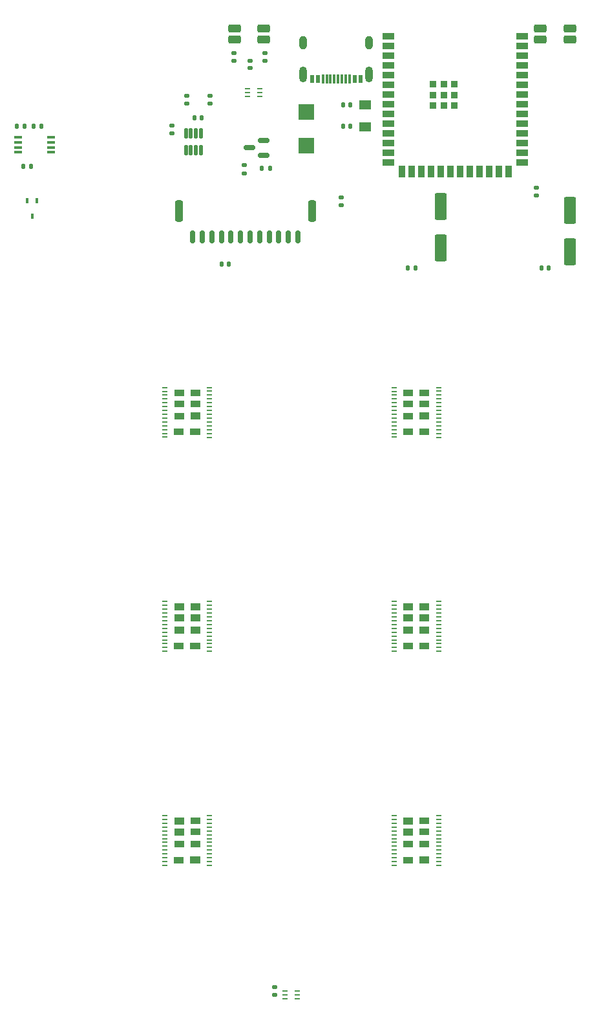
<source format=gbr>
%TF.GenerationSoftware,KiCad,Pcbnew,7.0.6-0*%
%TF.CreationDate,2023-10-22T16:37:52-04:00*%
%TF.ProjectId,bitaxeUltraHex,62697461-7865-4556-9c74-72614865782e,0.9*%
%TF.SameCoordinates,Original*%
%TF.FileFunction,Paste,Top*%
%TF.FilePolarity,Positive*%
%FSLAX46Y46*%
G04 Gerber Fmt 4.6, Leading zero omitted, Abs format (unit mm)*
G04 Created by KiCad (PCBNEW 7.0.6-0) date 2023-10-22 16:37:52*
%MOMM*%
%LPD*%
G01*
G04 APERTURE LIST*
G04 Aperture macros list*
%AMRoundRect*
0 Rectangle with rounded corners*
0 $1 Rounding radius*
0 $2 $3 $4 $5 $6 $7 $8 $9 X,Y pos of 4 corners*
0 Add a 4 corners polygon primitive as box body*
4,1,4,$2,$3,$4,$5,$6,$7,$8,$9,$2,$3,0*
0 Add four circle primitives for the rounded corners*
1,1,$1+$1,$2,$3*
1,1,$1+$1,$4,$5*
1,1,$1+$1,$6,$7*
1,1,$1+$1,$8,$9*
0 Add four rect primitives between the rounded corners*
20,1,$1+$1,$2,$3,$4,$5,0*
20,1,$1+$1,$4,$5,$6,$7,0*
20,1,$1+$1,$6,$7,$8,$9,0*
20,1,$1+$1,$8,$9,$2,$3,0*%
G04 Aperture macros list end*
%ADD10C,0.001000*%
%ADD11R,0.792000X0.221000*%
%ADD12RoundRect,0.120000X-0.120000X0.542500X-0.120000X-0.542500X0.120000X-0.542500X0.120000X0.542500X0*%
%ADD13RoundRect,0.140000X0.140000X0.170000X-0.140000X0.170000X-0.140000X-0.170000X0.140000X-0.170000X0*%
%ADD14RoundRect,0.135000X0.185000X-0.135000X0.185000X0.135000X-0.185000X0.135000X-0.185000X-0.135000X0*%
%ADD15RoundRect,0.140000X0.170000X-0.140000X0.170000X0.140000X-0.170000X0.140000X-0.170000X-0.140000X0*%
%ADD16R,1.600200X1.168400*%
%ADD17R,1.100000X0.400000*%
%ADD18RoundRect,0.140000X-0.140000X-0.170000X0.140000X-0.170000X0.140000X0.170000X-0.140000X0.170000X0*%
%ADD19RoundRect,0.150000X0.587500X0.150000X-0.587500X0.150000X-0.587500X-0.150000X0.587500X-0.150000X0*%
%ADD20RoundRect,0.262500X-0.562500X-0.262500X0.562500X-0.262500X0.562500X0.262500X-0.562500X0.262500X0*%
%ADD21RoundRect,0.135000X0.135000X0.185000X-0.135000X0.185000X-0.135000X-0.185000X0.135000X-0.185000X0*%
%ADD22RoundRect,0.250000X0.550000X-1.500000X0.550000X1.500000X-0.550000X1.500000X-0.550000X-1.500000X0*%
%ADD23RoundRect,0.135000X-0.185000X0.135000X-0.185000X-0.135000X0.185000X-0.135000X0.185000X0.135000X0*%
%ADD24R,0.450000X0.700000*%
%ADD25R,0.711200X0.228600*%
%ADD26R,1.500000X0.900000*%
%ADD27R,0.900000X1.500000*%
%ADD28R,0.900000X0.900000*%
%ADD29RoundRect,0.150000X-0.150000X-0.700000X0.150000X-0.700000X0.150000X0.700000X-0.150000X0.700000X0*%
%ADD30RoundRect,0.250000X-0.250000X-1.150000X0.250000X-1.150000X0.250000X1.150000X-0.250000X1.150000X0*%
%ADD31RoundRect,0.140000X-0.170000X0.140000X-0.170000X-0.140000X0.170000X-0.140000X0.170000X0.140000X0*%
%ADD32R,0.600000X1.060000*%
%ADD33R,0.300000X1.150000*%
%ADD34O,1.000000X2.100000*%
%ADD35O,1.000000X1.800000*%
%ADD36R,2.000000X2.000000*%
G04 APERTURE END LIST*
D10*
%TO.C,U19*%
X109630000Y-125825000D02*
X108430000Y-125825000D01*
X108430000Y-125825000D02*
X108430000Y-125035000D01*
X108430000Y-125035000D02*
X109630000Y-125035000D01*
X109630000Y-125035000D02*
X109630000Y-125825000D01*
G36*
X109630000Y-125825000D02*
G01*
X108430000Y-125825000D01*
X108430000Y-125035000D01*
X109630000Y-125035000D01*
X109630000Y-125825000D01*
G37*
X109630000Y-122795000D02*
X108430000Y-122795000D01*
X108430000Y-122795000D02*
X108430000Y-122005000D01*
X108430000Y-122005000D02*
X109630000Y-122005000D01*
X109630000Y-122005000D02*
X109630000Y-122795000D01*
G36*
X109630000Y-122795000D02*
G01*
X108430000Y-122795000D01*
X108430000Y-122005000D01*
X109630000Y-122005000D01*
X109630000Y-122795000D01*
G37*
X109610000Y-124235000D02*
X108410000Y-124235000D01*
X108410000Y-124235000D02*
X108410000Y-123445000D01*
X108410000Y-123445000D02*
X109610000Y-123445000D01*
X109610000Y-123445000D02*
X109610000Y-124235000D01*
G36*
X109610000Y-124235000D02*
G01*
X108410000Y-124235000D01*
X108410000Y-123445000D01*
X109610000Y-123445000D01*
X109610000Y-124235000D01*
G37*
X109580000Y-127905000D02*
X108380000Y-127905000D01*
X108380000Y-127905000D02*
X108380000Y-127115000D01*
X108380000Y-127115000D02*
X109580000Y-127115000D01*
X109580000Y-127115000D02*
X109580000Y-127905000D01*
G36*
X109580000Y-127905000D02*
G01*
X108380000Y-127905000D01*
X108380000Y-127115000D01*
X109580000Y-127115000D01*
X109580000Y-127905000D01*
G37*
X107500000Y-125830000D02*
X106300000Y-125830000D01*
X106300000Y-125830000D02*
X106300000Y-125040000D01*
X106300000Y-125040000D02*
X107500000Y-125040000D01*
X107500000Y-125040000D02*
X107500000Y-125830000D01*
G36*
X107500000Y-125830000D02*
G01*
X106300000Y-125830000D01*
X106300000Y-125040000D01*
X107500000Y-125040000D01*
X107500000Y-125830000D01*
G37*
X107500000Y-122800000D02*
X106300000Y-122800000D01*
X106300000Y-122800000D02*
X106300000Y-122010000D01*
X106300000Y-122010000D02*
X107500000Y-122010000D01*
X107500000Y-122010000D02*
X107500000Y-122800000D01*
G36*
X107500000Y-122800000D02*
G01*
X106300000Y-122800000D01*
X106300000Y-122010000D01*
X107500000Y-122010000D01*
X107500000Y-122800000D01*
G37*
X107480000Y-124240000D02*
X106280000Y-124240000D01*
X106280000Y-124240000D02*
X106280000Y-123450000D01*
X106280000Y-123450000D02*
X107480000Y-123450000D01*
X107480000Y-123450000D02*
X107480000Y-124240000D01*
G36*
X107480000Y-124240000D02*
G01*
X106280000Y-124240000D01*
X106280000Y-123450000D01*
X107480000Y-123450000D01*
X107480000Y-124240000D01*
G37*
X107450000Y-127910000D02*
X106250000Y-127910000D01*
X106250000Y-127910000D02*
X106250000Y-127120000D01*
X106250000Y-127120000D02*
X107450000Y-127120000D01*
X107450000Y-127120000D02*
X107450000Y-127910000D01*
G36*
X107450000Y-127910000D02*
G01*
X106250000Y-127910000D01*
X106250000Y-127120000D01*
X107450000Y-127120000D01*
X107450000Y-127910000D01*
G37*
%TO.C,U22*%
X79630000Y-125825000D02*
X78430000Y-125825000D01*
X78430000Y-125825000D02*
X78430000Y-125035000D01*
X78430000Y-125035000D02*
X79630000Y-125035000D01*
X79630000Y-125035000D02*
X79630000Y-125825000D01*
G36*
X79630000Y-125825000D02*
G01*
X78430000Y-125825000D01*
X78430000Y-125035000D01*
X79630000Y-125035000D01*
X79630000Y-125825000D01*
G37*
X79630000Y-122795000D02*
X78430000Y-122795000D01*
X78430000Y-122795000D02*
X78430000Y-122005000D01*
X78430000Y-122005000D02*
X79630000Y-122005000D01*
X79630000Y-122005000D02*
X79630000Y-122795000D01*
G36*
X79630000Y-122795000D02*
G01*
X78430000Y-122795000D01*
X78430000Y-122005000D01*
X79630000Y-122005000D01*
X79630000Y-122795000D01*
G37*
X79610000Y-124235000D02*
X78410000Y-124235000D01*
X78410000Y-124235000D02*
X78410000Y-123445000D01*
X78410000Y-123445000D02*
X79610000Y-123445000D01*
X79610000Y-123445000D02*
X79610000Y-124235000D01*
G36*
X79610000Y-124235000D02*
G01*
X78410000Y-124235000D01*
X78410000Y-123445000D01*
X79610000Y-123445000D01*
X79610000Y-124235000D01*
G37*
X79580000Y-127905000D02*
X78380000Y-127905000D01*
X78380000Y-127905000D02*
X78380000Y-127115000D01*
X78380000Y-127115000D02*
X79580000Y-127115000D01*
X79580000Y-127115000D02*
X79580000Y-127905000D01*
G36*
X79580000Y-127905000D02*
G01*
X78380000Y-127905000D01*
X78380000Y-127115000D01*
X79580000Y-127115000D01*
X79580000Y-127905000D01*
G37*
X77500000Y-125830000D02*
X76300000Y-125830000D01*
X76300000Y-125830000D02*
X76300000Y-125040000D01*
X76300000Y-125040000D02*
X77500000Y-125040000D01*
X77500000Y-125040000D02*
X77500000Y-125830000D01*
G36*
X77500000Y-125830000D02*
G01*
X76300000Y-125830000D01*
X76300000Y-125040000D01*
X77500000Y-125040000D01*
X77500000Y-125830000D01*
G37*
X77500000Y-122800000D02*
X76300000Y-122800000D01*
X76300000Y-122800000D02*
X76300000Y-122010000D01*
X76300000Y-122010000D02*
X77500000Y-122010000D01*
X77500000Y-122010000D02*
X77500000Y-122800000D01*
G36*
X77500000Y-122800000D02*
G01*
X76300000Y-122800000D01*
X76300000Y-122010000D01*
X77500000Y-122010000D01*
X77500000Y-122800000D01*
G37*
X77480000Y-124240000D02*
X76280000Y-124240000D01*
X76280000Y-124240000D02*
X76280000Y-123450000D01*
X76280000Y-123450000D02*
X77480000Y-123450000D01*
X77480000Y-123450000D02*
X77480000Y-124240000D01*
G36*
X77480000Y-124240000D02*
G01*
X76280000Y-124240000D01*
X76280000Y-123450000D01*
X77480000Y-123450000D01*
X77480000Y-124240000D01*
G37*
X77450000Y-127910000D02*
X76250000Y-127910000D01*
X76250000Y-127910000D02*
X76250000Y-127120000D01*
X76250000Y-127120000D02*
X77450000Y-127120000D01*
X77450000Y-127120000D02*
X77450000Y-127910000D01*
G36*
X77450000Y-127910000D02*
G01*
X76250000Y-127910000D01*
X76250000Y-127120000D01*
X77450000Y-127120000D01*
X77450000Y-127910000D01*
G37*
%TO.C,U27*%
X79630000Y-153825000D02*
X78430000Y-153825000D01*
X78430000Y-153825000D02*
X78430000Y-153035000D01*
X78430000Y-153035000D02*
X79630000Y-153035000D01*
X79630000Y-153035000D02*
X79630000Y-153825000D01*
G36*
X79630000Y-153825000D02*
G01*
X78430000Y-153825000D01*
X78430000Y-153035000D01*
X79630000Y-153035000D01*
X79630000Y-153825000D01*
G37*
X79630000Y-150795000D02*
X78430000Y-150795000D01*
X78430000Y-150795000D02*
X78430000Y-150005000D01*
X78430000Y-150005000D02*
X79630000Y-150005000D01*
X79630000Y-150005000D02*
X79630000Y-150795000D01*
G36*
X79630000Y-150795000D02*
G01*
X78430000Y-150795000D01*
X78430000Y-150005000D01*
X79630000Y-150005000D01*
X79630000Y-150795000D01*
G37*
X79610000Y-152235000D02*
X78410000Y-152235000D01*
X78410000Y-152235000D02*
X78410000Y-151445000D01*
X78410000Y-151445000D02*
X79610000Y-151445000D01*
X79610000Y-151445000D02*
X79610000Y-152235000D01*
G36*
X79610000Y-152235000D02*
G01*
X78410000Y-152235000D01*
X78410000Y-151445000D01*
X79610000Y-151445000D01*
X79610000Y-152235000D01*
G37*
X79580000Y-155905000D02*
X78380000Y-155905000D01*
X78380000Y-155905000D02*
X78380000Y-155115000D01*
X78380000Y-155115000D02*
X79580000Y-155115000D01*
X79580000Y-155115000D02*
X79580000Y-155905000D01*
G36*
X79580000Y-155905000D02*
G01*
X78380000Y-155905000D01*
X78380000Y-155115000D01*
X79580000Y-155115000D01*
X79580000Y-155905000D01*
G37*
X77500000Y-153830000D02*
X76300000Y-153830000D01*
X76300000Y-153830000D02*
X76300000Y-153040000D01*
X76300000Y-153040000D02*
X77500000Y-153040000D01*
X77500000Y-153040000D02*
X77500000Y-153830000D01*
G36*
X77500000Y-153830000D02*
G01*
X76300000Y-153830000D01*
X76300000Y-153040000D01*
X77500000Y-153040000D01*
X77500000Y-153830000D01*
G37*
X77500000Y-150800000D02*
X76300000Y-150800000D01*
X76300000Y-150800000D02*
X76300000Y-150010000D01*
X76300000Y-150010000D02*
X77500000Y-150010000D01*
X77500000Y-150010000D02*
X77500000Y-150800000D01*
G36*
X77500000Y-150800000D02*
G01*
X76300000Y-150800000D01*
X76300000Y-150010000D01*
X77500000Y-150010000D01*
X77500000Y-150800000D01*
G37*
X77480000Y-152240000D02*
X76280000Y-152240000D01*
X76280000Y-152240000D02*
X76280000Y-151450000D01*
X76280000Y-151450000D02*
X77480000Y-151450000D01*
X77480000Y-151450000D02*
X77480000Y-152240000D01*
G36*
X77480000Y-152240000D02*
G01*
X76280000Y-152240000D01*
X76280000Y-151450000D01*
X77480000Y-151450000D01*
X77480000Y-152240000D01*
G37*
X77450000Y-155910000D02*
X76250000Y-155910000D01*
X76250000Y-155910000D02*
X76250000Y-155120000D01*
X76250000Y-155120000D02*
X77450000Y-155120000D01*
X77450000Y-155120000D02*
X77450000Y-155910000D01*
G36*
X77450000Y-155910000D02*
G01*
X76250000Y-155910000D01*
X76250000Y-155120000D01*
X77450000Y-155120000D01*
X77450000Y-155910000D01*
G37*
%TO.C,U24*%
X109630000Y-153825000D02*
X108430000Y-153825000D01*
X108430000Y-153825000D02*
X108430000Y-153035000D01*
X108430000Y-153035000D02*
X109630000Y-153035000D01*
X109630000Y-153035000D02*
X109630000Y-153825000D01*
G36*
X109630000Y-153825000D02*
G01*
X108430000Y-153825000D01*
X108430000Y-153035000D01*
X109630000Y-153035000D01*
X109630000Y-153825000D01*
G37*
X109630000Y-150795000D02*
X108430000Y-150795000D01*
X108430000Y-150795000D02*
X108430000Y-150005000D01*
X108430000Y-150005000D02*
X109630000Y-150005000D01*
X109630000Y-150005000D02*
X109630000Y-150795000D01*
G36*
X109630000Y-150795000D02*
G01*
X108430000Y-150795000D01*
X108430000Y-150005000D01*
X109630000Y-150005000D01*
X109630000Y-150795000D01*
G37*
X109610000Y-152235000D02*
X108410000Y-152235000D01*
X108410000Y-152235000D02*
X108410000Y-151445000D01*
X108410000Y-151445000D02*
X109610000Y-151445000D01*
X109610000Y-151445000D02*
X109610000Y-152235000D01*
G36*
X109610000Y-152235000D02*
G01*
X108410000Y-152235000D01*
X108410000Y-151445000D01*
X109610000Y-151445000D01*
X109610000Y-152235000D01*
G37*
X109580000Y-155905000D02*
X108380000Y-155905000D01*
X108380000Y-155905000D02*
X108380000Y-155115000D01*
X108380000Y-155115000D02*
X109580000Y-155115000D01*
X109580000Y-155115000D02*
X109580000Y-155905000D01*
G36*
X109580000Y-155905000D02*
G01*
X108380000Y-155905000D01*
X108380000Y-155115000D01*
X109580000Y-155115000D01*
X109580000Y-155905000D01*
G37*
X107500000Y-153830000D02*
X106300000Y-153830000D01*
X106300000Y-153830000D02*
X106300000Y-153040000D01*
X106300000Y-153040000D02*
X107500000Y-153040000D01*
X107500000Y-153040000D02*
X107500000Y-153830000D01*
G36*
X107500000Y-153830000D02*
G01*
X106300000Y-153830000D01*
X106300000Y-153040000D01*
X107500000Y-153040000D01*
X107500000Y-153830000D01*
G37*
X107500000Y-150800000D02*
X106300000Y-150800000D01*
X106300000Y-150800000D02*
X106300000Y-150010000D01*
X106300000Y-150010000D02*
X107500000Y-150010000D01*
X107500000Y-150010000D02*
X107500000Y-150800000D01*
G36*
X107500000Y-150800000D02*
G01*
X106300000Y-150800000D01*
X106300000Y-150010000D01*
X107500000Y-150010000D01*
X107500000Y-150800000D01*
G37*
X107480000Y-152240000D02*
X106280000Y-152240000D01*
X106280000Y-152240000D02*
X106280000Y-151450000D01*
X106280000Y-151450000D02*
X107480000Y-151450000D01*
X107480000Y-151450000D02*
X107480000Y-152240000D01*
G36*
X107480000Y-152240000D02*
G01*
X106280000Y-152240000D01*
X106280000Y-151450000D01*
X107480000Y-151450000D01*
X107480000Y-152240000D01*
G37*
X107450000Y-155910000D02*
X106250000Y-155910000D01*
X106250000Y-155910000D02*
X106250000Y-155120000D01*
X106250000Y-155120000D02*
X107450000Y-155120000D01*
X107450000Y-155120000D02*
X107450000Y-155910000D01*
G36*
X107450000Y-155910000D02*
G01*
X106250000Y-155910000D01*
X106250000Y-155120000D01*
X107450000Y-155120000D01*
X107450000Y-155910000D01*
G37*
%TO.C,U16*%
X79630000Y-97825000D02*
X78430000Y-97825000D01*
X78430000Y-97825000D02*
X78430000Y-97035000D01*
X78430000Y-97035000D02*
X79630000Y-97035000D01*
X79630000Y-97035000D02*
X79630000Y-97825000D01*
G36*
X79630000Y-97825000D02*
G01*
X78430000Y-97825000D01*
X78430000Y-97035000D01*
X79630000Y-97035000D01*
X79630000Y-97825000D01*
G37*
X79630000Y-94795000D02*
X78430000Y-94795000D01*
X78430000Y-94795000D02*
X78430000Y-94005000D01*
X78430000Y-94005000D02*
X79630000Y-94005000D01*
X79630000Y-94005000D02*
X79630000Y-94795000D01*
G36*
X79630000Y-94795000D02*
G01*
X78430000Y-94795000D01*
X78430000Y-94005000D01*
X79630000Y-94005000D01*
X79630000Y-94795000D01*
G37*
X79610000Y-96235000D02*
X78410000Y-96235000D01*
X78410000Y-96235000D02*
X78410000Y-95445000D01*
X78410000Y-95445000D02*
X79610000Y-95445000D01*
X79610000Y-95445000D02*
X79610000Y-96235000D01*
G36*
X79610000Y-96235000D02*
G01*
X78410000Y-96235000D01*
X78410000Y-95445000D01*
X79610000Y-95445000D01*
X79610000Y-96235000D01*
G37*
X79580000Y-99905000D02*
X78380000Y-99905000D01*
X78380000Y-99905000D02*
X78380000Y-99115000D01*
X78380000Y-99115000D02*
X79580000Y-99115000D01*
X79580000Y-99115000D02*
X79580000Y-99905000D01*
G36*
X79580000Y-99905000D02*
G01*
X78380000Y-99905000D01*
X78380000Y-99115000D01*
X79580000Y-99115000D01*
X79580000Y-99905000D01*
G37*
X77500000Y-97830000D02*
X76300000Y-97830000D01*
X76300000Y-97830000D02*
X76300000Y-97040000D01*
X76300000Y-97040000D02*
X77500000Y-97040000D01*
X77500000Y-97040000D02*
X77500000Y-97830000D01*
G36*
X77500000Y-97830000D02*
G01*
X76300000Y-97830000D01*
X76300000Y-97040000D01*
X77500000Y-97040000D01*
X77500000Y-97830000D01*
G37*
X77500000Y-94800000D02*
X76300000Y-94800000D01*
X76300000Y-94800000D02*
X76300000Y-94010000D01*
X76300000Y-94010000D02*
X77500000Y-94010000D01*
X77500000Y-94010000D02*
X77500000Y-94800000D01*
G36*
X77500000Y-94800000D02*
G01*
X76300000Y-94800000D01*
X76300000Y-94010000D01*
X77500000Y-94010000D01*
X77500000Y-94800000D01*
G37*
X77480000Y-96240000D02*
X76280000Y-96240000D01*
X76280000Y-96240000D02*
X76280000Y-95450000D01*
X76280000Y-95450000D02*
X77480000Y-95450000D01*
X77480000Y-95450000D02*
X77480000Y-96240000D01*
G36*
X77480000Y-96240000D02*
G01*
X76280000Y-96240000D01*
X76280000Y-95450000D01*
X77480000Y-95450000D01*
X77480000Y-96240000D01*
G37*
X77450000Y-99910000D02*
X76250000Y-99910000D01*
X76250000Y-99910000D02*
X76250000Y-99120000D01*
X76250000Y-99120000D02*
X77450000Y-99120000D01*
X77450000Y-99120000D02*
X77450000Y-99910000D01*
G36*
X77450000Y-99910000D02*
G01*
X76250000Y-99910000D01*
X76250000Y-99120000D01*
X77450000Y-99120000D01*
X77450000Y-99910000D01*
G37*
%TO.C,U13*%
X109630000Y-97825000D02*
X108430000Y-97825000D01*
X108430000Y-97825000D02*
X108430000Y-97035000D01*
X108430000Y-97035000D02*
X109630000Y-97035000D01*
X109630000Y-97035000D02*
X109630000Y-97825000D01*
G36*
X109630000Y-97825000D02*
G01*
X108430000Y-97825000D01*
X108430000Y-97035000D01*
X109630000Y-97035000D01*
X109630000Y-97825000D01*
G37*
X109630000Y-94795000D02*
X108430000Y-94795000D01*
X108430000Y-94795000D02*
X108430000Y-94005000D01*
X108430000Y-94005000D02*
X109630000Y-94005000D01*
X109630000Y-94005000D02*
X109630000Y-94795000D01*
G36*
X109630000Y-94795000D02*
G01*
X108430000Y-94795000D01*
X108430000Y-94005000D01*
X109630000Y-94005000D01*
X109630000Y-94795000D01*
G37*
X109610000Y-96235000D02*
X108410000Y-96235000D01*
X108410000Y-96235000D02*
X108410000Y-95445000D01*
X108410000Y-95445000D02*
X109610000Y-95445000D01*
X109610000Y-95445000D02*
X109610000Y-96235000D01*
G36*
X109610000Y-96235000D02*
G01*
X108410000Y-96235000D01*
X108410000Y-95445000D01*
X109610000Y-95445000D01*
X109610000Y-96235000D01*
G37*
X109580000Y-99905000D02*
X108380000Y-99905000D01*
X108380000Y-99905000D02*
X108380000Y-99115000D01*
X108380000Y-99115000D02*
X109580000Y-99115000D01*
X109580000Y-99115000D02*
X109580000Y-99905000D01*
G36*
X109580000Y-99905000D02*
G01*
X108380000Y-99905000D01*
X108380000Y-99115000D01*
X109580000Y-99115000D01*
X109580000Y-99905000D01*
G37*
X107500000Y-97830000D02*
X106300000Y-97830000D01*
X106300000Y-97830000D02*
X106300000Y-97040000D01*
X106300000Y-97040000D02*
X107500000Y-97040000D01*
X107500000Y-97040000D02*
X107500000Y-97830000D01*
G36*
X107500000Y-97830000D02*
G01*
X106300000Y-97830000D01*
X106300000Y-97040000D01*
X107500000Y-97040000D01*
X107500000Y-97830000D01*
G37*
X107500000Y-94800000D02*
X106300000Y-94800000D01*
X106300000Y-94800000D02*
X106300000Y-94010000D01*
X106300000Y-94010000D02*
X107500000Y-94010000D01*
X107500000Y-94010000D02*
X107500000Y-94800000D01*
G36*
X107500000Y-94800000D02*
G01*
X106300000Y-94800000D01*
X106300000Y-94010000D01*
X107500000Y-94010000D01*
X107500000Y-94800000D01*
G37*
X107480000Y-96240000D02*
X106280000Y-96240000D01*
X106280000Y-96240000D02*
X106280000Y-95450000D01*
X106280000Y-95450000D02*
X107480000Y-95450000D01*
X107480000Y-95450000D02*
X107480000Y-96240000D01*
G36*
X107480000Y-96240000D02*
G01*
X106280000Y-96240000D01*
X106280000Y-95450000D01*
X107480000Y-95450000D01*
X107480000Y-96240000D01*
G37*
X107450000Y-99910000D02*
X106250000Y-99910000D01*
X106250000Y-99910000D02*
X106250000Y-99120000D01*
X106250000Y-99120000D02*
X107450000Y-99120000D01*
X107450000Y-99120000D02*
X107450000Y-99910000D01*
G36*
X107450000Y-99910000D02*
G01*
X106250000Y-99910000D01*
X106250000Y-99120000D01*
X107450000Y-99120000D01*
X107450000Y-99910000D01*
G37*
%TD*%
D11*
%TO.C,U19*%
X110916000Y-128263000D03*
X110916000Y-127761000D03*
X110916000Y-127259000D03*
X110916000Y-126757000D03*
X110916000Y-126255000D03*
X110916000Y-125753000D03*
X110916000Y-125251000D03*
X110916000Y-124749000D03*
X110916000Y-124247000D03*
X110916000Y-123745000D03*
X110916000Y-123243000D03*
X110916000Y-122741000D03*
X110916000Y-122239000D03*
X110916000Y-121737000D03*
X105084000Y-121750000D03*
X105084000Y-122250000D03*
X105084000Y-122750000D03*
X105084000Y-123250000D03*
X105084000Y-123750000D03*
X105084000Y-124247000D03*
X105084000Y-124750000D03*
X105084000Y-125251000D03*
X105084000Y-125753000D03*
X105084000Y-126255000D03*
X105084000Y-126757000D03*
X105084000Y-127250000D03*
X105084000Y-127761000D03*
X105084000Y-128250000D03*
%TD*%
D12*
%TO.C,U3*%
X79775000Y-60462500D03*
X79125000Y-60462500D03*
X78475000Y-60462500D03*
X77825000Y-60462500D03*
X77825000Y-62737500D03*
X78475000Y-62737500D03*
X79125000Y-62737500D03*
X79775000Y-62737500D03*
%TD*%
D13*
%TO.C,C37*%
X125380000Y-78100000D03*
X124420000Y-78100000D03*
%TD*%
D11*
%TO.C,U22*%
X80916000Y-128263000D03*
X80916000Y-127761000D03*
X80916000Y-127259000D03*
X80916000Y-126757000D03*
X80916000Y-126255000D03*
X80916000Y-125753000D03*
X80916000Y-125251000D03*
X80916000Y-124749000D03*
X80916000Y-124247000D03*
X80916000Y-123745000D03*
X80916000Y-123243000D03*
X80916000Y-122741000D03*
X80916000Y-122239000D03*
X80916000Y-121737000D03*
X75084000Y-121750000D03*
X75084000Y-122250000D03*
X75084000Y-122750000D03*
X75084000Y-123250000D03*
X75084000Y-123750000D03*
X75084000Y-124247000D03*
X75084000Y-124750000D03*
X75084000Y-125251000D03*
X75084000Y-125753000D03*
X75084000Y-126255000D03*
X75084000Y-126757000D03*
X75084000Y-127250000D03*
X75084000Y-127761000D03*
X75084000Y-128250000D03*
%TD*%
D14*
%TO.C,R13*%
X84100000Y-51010000D03*
X84100000Y-49990000D03*
%TD*%
D15*
%TO.C,C32*%
X86200000Y-51980000D03*
X86200000Y-51020000D03*
%TD*%
D16*
%TO.C,Y1*%
X101300000Y-56777600D03*
X101300000Y-59622400D03*
%TD*%
D17*
%TO.C,U6*%
X60150000Y-62975000D03*
X60150000Y-62325000D03*
X60150000Y-61675000D03*
X60150000Y-61025000D03*
X55850000Y-61025000D03*
X55850000Y-61675000D03*
X55850000Y-62325000D03*
X55850000Y-62975000D03*
%TD*%
D18*
%TO.C,C28*%
X82470000Y-77600000D03*
X83430000Y-77600000D03*
%TD*%
D14*
%TO.C,R21*%
X123700000Y-68610000D03*
X123700000Y-67590000D03*
%TD*%
D19*
%TO.C,Q5*%
X88000000Y-63350000D03*
X88000000Y-61450000D03*
X86125000Y-62400000D03*
%TD*%
D13*
%TO.C,C4*%
X79880000Y-58500000D03*
X78920000Y-58500000D03*
%TD*%
D20*
%TO.C,SW2*%
X124275000Y-46775000D03*
X128125000Y-46775000D03*
X124275000Y-48225000D03*
X128125000Y-48225000D03*
%TD*%
D13*
%TO.C,C29*%
X99380000Y-56800000D03*
X98420000Y-56800000D03*
%TD*%
D11*
%TO.C,U27*%
X80916000Y-156263000D03*
X80916000Y-155761000D03*
X80916000Y-155259000D03*
X80916000Y-154757000D03*
X80916000Y-154255000D03*
X80916000Y-153753000D03*
X80916000Y-153251000D03*
X80916000Y-152749000D03*
X80916000Y-152247000D03*
X80916000Y-151745000D03*
X80916000Y-151243000D03*
X80916000Y-150741000D03*
X80916000Y-150239000D03*
X80916000Y-149737000D03*
X75084000Y-149750000D03*
X75084000Y-150250000D03*
X75084000Y-150750000D03*
X75084000Y-151250000D03*
X75084000Y-151750000D03*
X75084000Y-152247000D03*
X75084000Y-152750000D03*
X75084000Y-153251000D03*
X75084000Y-153753000D03*
X75084000Y-154255000D03*
X75084000Y-154757000D03*
X75084000Y-155250000D03*
X75084000Y-155761000D03*
X75084000Y-156250000D03*
%TD*%
D21*
%TO.C,R16*%
X88810000Y-65100000D03*
X87790000Y-65100000D03*
%TD*%
D22*
%TO.C,C34*%
X111200000Y-75500000D03*
X111200000Y-70100000D03*
%TD*%
D20*
%TO.C,SW1*%
X84175000Y-46775000D03*
X88025000Y-46775000D03*
X84175000Y-48225000D03*
X88025000Y-48225000D03*
%TD*%
D15*
%TO.C,C33*%
X89400000Y-173180000D03*
X89400000Y-172220000D03*
%TD*%
D11*
%TO.C,U24*%
X110916000Y-156263000D03*
X110916000Y-155761000D03*
X110916000Y-155259000D03*
X110916000Y-154757000D03*
X110916000Y-154255000D03*
X110916000Y-153753000D03*
X110916000Y-153251000D03*
X110916000Y-152749000D03*
X110916000Y-152247000D03*
X110916000Y-151745000D03*
X110916000Y-151243000D03*
X110916000Y-150741000D03*
X110916000Y-150239000D03*
X110916000Y-149737000D03*
X105084000Y-149750000D03*
X105084000Y-150250000D03*
X105084000Y-150750000D03*
X105084000Y-151250000D03*
X105084000Y-151750000D03*
X105084000Y-152247000D03*
X105084000Y-152750000D03*
X105084000Y-153251000D03*
X105084000Y-153753000D03*
X105084000Y-154255000D03*
X105084000Y-154757000D03*
X105084000Y-155250000D03*
X105084000Y-155761000D03*
X105084000Y-156250000D03*
%TD*%
D18*
%TO.C,C18*%
X56520000Y-64800000D03*
X57480000Y-64800000D03*
%TD*%
D23*
%TO.C,R3*%
X77900000Y-55590000D03*
X77900000Y-56610000D03*
%TD*%
D24*
%TO.C,Q6*%
X58320000Y-69320000D03*
X57020000Y-69320000D03*
X57670000Y-71320000D03*
%TD*%
D13*
%TO.C,C30*%
X99380000Y-59600000D03*
X98420000Y-59600000D03*
%TD*%
D14*
%TO.C,R15*%
X85500000Y-65710000D03*
X85500000Y-64690000D03*
%TD*%
D21*
%TO.C,R11*%
X56710000Y-59600000D03*
X55690000Y-59600000D03*
%TD*%
D15*
%TO.C,C11*%
X76000000Y-60480000D03*
X76000000Y-59520000D03*
%TD*%
D25*
%TO.C,U10*%
X87500100Y-55699999D03*
X87500100Y-55200000D03*
X87500100Y-54700001D03*
X85899900Y-54700001D03*
X85899900Y-55200000D03*
X85899900Y-55699999D03*
%TD*%
D13*
%TO.C,C36*%
X107880000Y-78100000D03*
X106920000Y-78100000D03*
%TD*%
D11*
%TO.C,U16*%
X80916000Y-100263000D03*
X80916000Y-99761000D03*
X80916000Y-99259000D03*
X80916000Y-98757000D03*
X80916000Y-98255000D03*
X80916000Y-97753000D03*
X80916000Y-97251000D03*
X80916000Y-96749000D03*
X80916000Y-96247000D03*
X80916000Y-95745000D03*
X80916000Y-95243000D03*
X80916000Y-94741000D03*
X80916000Y-94239000D03*
X80916000Y-93737000D03*
X75084000Y-93750000D03*
X75084000Y-94250000D03*
X75084000Y-94750000D03*
X75084000Y-95250000D03*
X75084000Y-95750000D03*
X75084000Y-96247000D03*
X75084000Y-96750000D03*
X75084000Y-97251000D03*
X75084000Y-97753000D03*
X75084000Y-98255000D03*
X75084000Y-98757000D03*
X75084000Y-99250000D03*
X75084000Y-99761000D03*
X75084000Y-100250000D03*
%TD*%
D26*
%TO.C,U9*%
X104350000Y-47780000D03*
X104350000Y-49050000D03*
X104350000Y-50320000D03*
X104350000Y-51590000D03*
X104350000Y-52860000D03*
X104350000Y-54130000D03*
X104350000Y-55400000D03*
X104350000Y-56670000D03*
X104350000Y-57940000D03*
X104350000Y-59210000D03*
X104350000Y-60480000D03*
X104350000Y-61750000D03*
X104350000Y-63020000D03*
X104350000Y-64290000D03*
D27*
X106115000Y-65540000D03*
X107385000Y-65540000D03*
X108655000Y-65540000D03*
X109925000Y-65540000D03*
X111195000Y-65540000D03*
X112465000Y-65540000D03*
X113735000Y-65540000D03*
X115005000Y-65540000D03*
X116275000Y-65540000D03*
X117545000Y-65540000D03*
X118815000Y-65540000D03*
X120085000Y-65540000D03*
D26*
X121850000Y-64290000D03*
X121850000Y-63020000D03*
X121850000Y-61750000D03*
X121850000Y-60480000D03*
X121850000Y-59210000D03*
X121850000Y-57940000D03*
X121850000Y-56670000D03*
X121850000Y-55400000D03*
X121850000Y-54130000D03*
X121850000Y-52860000D03*
X121850000Y-51590000D03*
X121850000Y-50320000D03*
X121850000Y-49050000D03*
X121850000Y-47780000D03*
D28*
X110200000Y-54100000D03*
X110200000Y-55500000D03*
X110200000Y-56900000D03*
X111600000Y-54100000D03*
X111600000Y-55500000D03*
X111600000Y-56900000D03*
X113000000Y-54100000D03*
X113000000Y-55500000D03*
X113000000Y-56900000D03*
%TD*%
D29*
%TO.C,J8*%
X78725000Y-74050000D03*
X79975000Y-74050000D03*
X81225000Y-74050000D03*
X82475000Y-74050000D03*
X83725000Y-74050000D03*
X84975000Y-74050000D03*
X86225000Y-74050000D03*
X87475000Y-74050000D03*
X88725000Y-74050000D03*
X89975000Y-74050000D03*
X91225000Y-74050000D03*
X92475000Y-74050000D03*
D30*
X76875000Y-70700000D03*
X94325000Y-70700000D03*
%TD*%
D25*
%TO.C,U11*%
X92400100Y-173699999D03*
X92400100Y-173200000D03*
X92400100Y-172700001D03*
X90799900Y-172700001D03*
X90799900Y-173200000D03*
X90799900Y-173699999D03*
%TD*%
D31*
%TO.C,C24*%
X88200000Y-50020000D03*
X88200000Y-50980000D03*
%TD*%
D32*
%TO.C,J4*%
X100710000Y-53420000D03*
X99910000Y-53420000D03*
D33*
X98760000Y-53375000D03*
X97760000Y-53375000D03*
X97260000Y-53375000D03*
X96260000Y-53375000D03*
D32*
X95110000Y-53420000D03*
X94310000Y-53420000D03*
X94310000Y-53420000D03*
X95110000Y-53420000D03*
D33*
X95760000Y-53375000D03*
X96760000Y-53375000D03*
X98260000Y-53375000D03*
X99260000Y-53375000D03*
D32*
X99910000Y-53420000D03*
X100710000Y-53420000D03*
D34*
X101830000Y-52800000D03*
D35*
X101830000Y-48620000D03*
D34*
X93190000Y-52800000D03*
D35*
X93190000Y-48620000D03*
%TD*%
D21*
%TO.C,R12*%
X58910000Y-59600000D03*
X57890000Y-59600000D03*
%TD*%
D22*
%TO.C,C35*%
X128100000Y-76000000D03*
X128100000Y-70600000D03*
%TD*%
D23*
%TO.C,R2*%
X81000000Y-55590000D03*
X81000000Y-56610000D03*
%TD*%
D36*
%TO.C,D1*%
X93600000Y-62100000D03*
X93600000Y-57700000D03*
%TD*%
D14*
%TO.C,R20*%
X98200000Y-69910000D03*
X98200000Y-68890000D03*
%TD*%
D11*
%TO.C,U13*%
X110916000Y-100263000D03*
X110916000Y-99761000D03*
X110916000Y-99259000D03*
X110916000Y-98757000D03*
X110916000Y-98255000D03*
X110916000Y-97753000D03*
X110916000Y-97251000D03*
X110916000Y-96749000D03*
X110916000Y-96247000D03*
X110916000Y-95745000D03*
X110916000Y-95243000D03*
X110916000Y-94741000D03*
X110916000Y-94239000D03*
X110916000Y-93737000D03*
X105084000Y-93750000D03*
X105084000Y-94250000D03*
X105084000Y-94750000D03*
X105084000Y-95250000D03*
X105084000Y-95750000D03*
X105084000Y-96247000D03*
X105084000Y-96750000D03*
X105084000Y-97251000D03*
X105084000Y-97753000D03*
X105084000Y-98255000D03*
X105084000Y-98757000D03*
X105084000Y-99250000D03*
X105084000Y-99761000D03*
X105084000Y-100250000D03*
%TD*%
M02*

</source>
